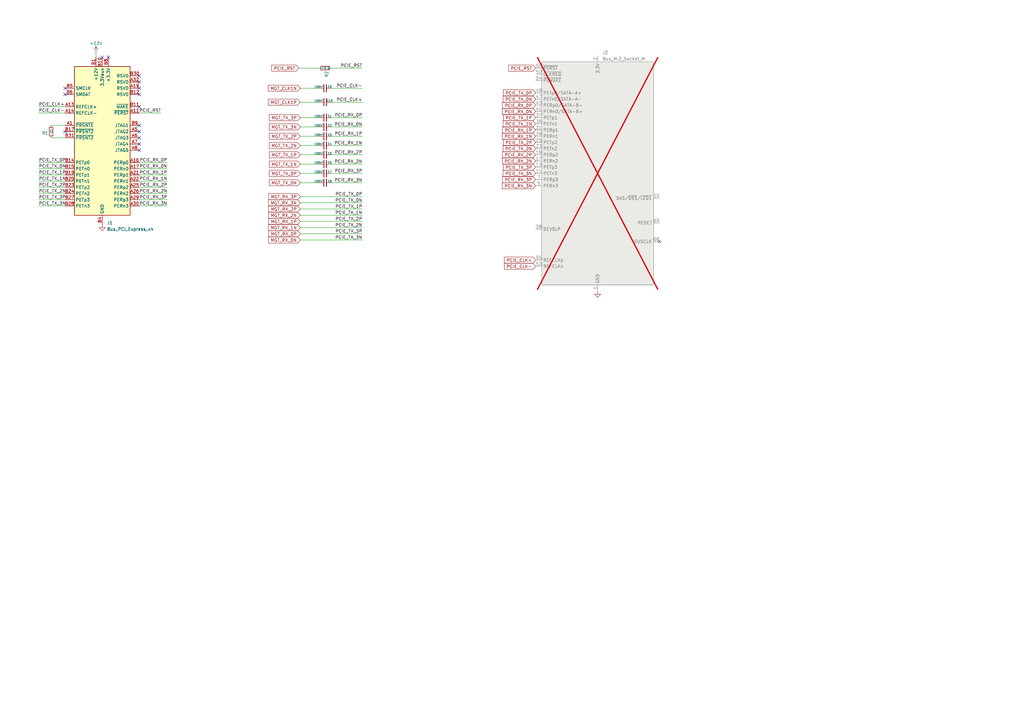
<source format=kicad_sch>
(kicad_sch (version 20230409) (generator eeschema)
  (paper "A3")
  (lib_symbols
    (symbol "Connector:Bus_M.2_Socket_M"
      (property "Reference" "J" (at -22.86 46.99 0))
      (property "Value" "Bus_M.2_Socket_M" (at 16.51 46.99 0))
      (symbol "Bus_M.2_Socket_M_0_1"
        (rectangle (start -22.86 45.72) (end 22.86 -45.72) (stroke (width 0.254)) (fill (type background)))
      )
      (symbol "Bus_M.2_Socket_M_1_1"
        (pin power_in line (at 0 -48.26 90) (length 2.54) (name "GND") (number "1"))
        (pin bidirectional line (at 25.4 -10.16 180) (length 2.54) (name "DAS/~{DSS}/~{LED1}") (number "10"))
        (pin output line (at -25.4 0 0) (length 2.54) (name "PETn3") (number "11"))
        (pin passive line (at 0 48.26 270) (length 2.54) hide (name "3.3V") (number "12"))
        (pin output line (at -25.4 2.54 0) (length 2.54) (name "PETp3") (number "13"))
        (pin passive line (at 0 48.26 270) (length 2.54) hide (name "3.3V") (number "14"))
        (pin passive line (at 0 -48.26 90) (length 2.54) hide (name "GND") (number "15"))
        (pin passive line (at 0 48.26 270) (length 2.54) hide (name "3.3V") (number "16"))
        (pin input line (at -25.4 5.08 0) (length 2.54) (name "PERn2") (number "17"))
        (pin passive line (at 0 48.26 270) (length 2.54) hide (name "3.3V") (number "18"))
        (pin input line (at -25.4 7.62 0) (length 2.54) (name "PERp2") (number "19"))
        (pin power_in line (at 0 48.26 270) (length 2.54) (name "3.3V") (number "2"))
        (pin no_connect line (at 22.86 2.54 180) (length 2.54) hide (name "NC") (number "20"))
        (pin passive line (at 0 -48.26 90) (length 2.54) hide (name "GND") (number "21"))
        (pin no_connect line (at 22.86 5.08 180) (length 2.54) hide (name "NC") (number "22"))
        (pin output line (at -25.4 10.16 0) (length 2.54) (name "PETn2") (number "23"))
        (pin no_connect line (at 22.86 7.62 180) (length 2.54) hide (name "NC") (number "24"))
        (pin output line (at -25.4 12.7 0) (length 2.54) (name "PETp2") (number "25"))
        (pin no_connect line (at 22.86 10.16 180) (length 2.54) hide (name "NC") (number "26"))
        (pin passive line (at 0 -48.26 90) (length 2.54) hide (name "GND") (number "27"))
        (pin no_connect line (at 22.86 12.7 180) (length 2.54) hide (name "NC") (number "28"))
        (pin input line (at -25.4 15.24 0) (length 2.54) (name "PERn1") (number "29"))
        (pin passive line (at 0 -48.26 90) (length 2.54) hide (name "GND") (number "3"))
        (pin no_connect line (at 22.86 15.24 180) (length 2.54) hide (name "NC") (number "30"))
        (pin input line (at -25.4 17.78 0) (length 2.54) (name "PERp1") (number "31"))
        (pin no_connect line (at 22.86 17.78 180) (length 2.54) hide (name "NC") (number "32"))
        (pin passive line (at 0 -48.26 90) (length 2.54) hide (name "GND") (number "33"))
        (pin no_connect line (at 22.86 20.32 180) (length 2.54) hide (name "NC") (number "34"))
        (pin output line (at -25.4 20.32 0) (length 2.54) (name "PETn1") (number "35"))
        (pin no_connect line (at 22.86 22.86 180) (length 2.54) hide (name "NC") (number "36"))
        (pin output line (at -25.4 22.86 0) (length 2.54) (name "PETp1") (number "37"))
        (pin output line (at -25.4 -22.86 0) (length 2.54) (name "DEVSLP") (number "38"))
        (pin passive line (at 0 -48.26 90) (length 2.54) hide (name "GND") (number "39"))
        (pin passive line (at 0 48.26 270) (length 2.54) hide (name "3.3V") (number "4"))
        (pin no_connect line (at 22.86 25.4 180) (length 2.54) hide (name "NC") (number "40"))
        (pin input line (at -25.4 25.4 0) (length 2.54) (name "PERn0/SATA-B+") (number "41"))
        (pin no_connect line (at 22.86 27.94 180) (length 2.54) hide (name "NC") (number "42"))
        (pin input line (at -25.4 27.94 0) (length 2.54) (name "PERp0/SATA-B-") (number "43"))
        (pin no_connect line (at 22.86 30.48 180) (length 2.54) hide (name "NC") (number "44"))
        (pin passive line (at 0 -48.26 90) (length 2.54) hide (name "GND") (number "45"))
        (pin no_connect line (at 22.86 33.02 180) (length 2.54) hide (name "NC") (number "46"))
        (pin output line (at -25.4 30.48 0) (length 2.54) (name "PETn0/SATA-A-") (number "47"))
        (pin no_connect line (at 22.86 35.56 180) (length 2.54) hide (name "NC") (number "48"))
        (pin output line (at -25.4 33.02 0) (length 2.54) (name "PETp0/SATA-A+") (number "49"))
        (pin input line (at -25.4 -5.08 0) (length 2.54) (name "PERn3") (number "5"))
        (pin output line (at -25.4 43.18 0) (length 2.54) (name "~{PERST}") (number "50"))
        (pin passive line (at 0 -48.26 90) (length 2.54) hide (name "GND") (number "51"))
        (pin bidirectional line (at -25.4 40.64 0) (length 2.54) (name "~{CLKREQ}") (number "52"))
        (pin output line (at -25.4 -38.1 0) (length 2.54) (name "REFCLKn") (number "53"))
        (pin bidirectional line (at -25.4 38.1 0) (length 2.54) (name "~{PEWAKE}") (number "54"))
        (pin output line (at -25.4 -35.56 0) (length 2.54) (name "REFCLKp") (number "55"))
        (pin no_connect line (at 22.86 38.1 180) (length 2.54) hide (name "NC") (number "56"))
        (pin passive line (at 0 -48.26 90) (length 2.54) hide (name "GND") (number "57"))
        (pin no_connect line (at 22.86 40.64 180) (length 2.54) hide (name "NC") (number "58"))
        (pin no_connect line (at 22.86 -2.54 180) (length 2.54) hide (name "NC") (number "6"))
        (pin no_connect line (at 22.86 -5.08 180) (length 2.54) hide (name "NC") (number "67"))
        (pin output line (at 25.4 -27.94 180) (length 2.54) (name "SUSCLK") (number "68"))
        (pin passive line (at 25.4 -20.32 180) (length 2.54) (name "PEDET") (number "69"))
        (pin input line (at -25.4 -2.54 0) (length 2.54) (name "PERp3") (number "7"))
        (pin passive line (at 0 48.26 270) (length 2.54) hide (name "3.3V") (number "70"))
        (pin passive line (at 0 -48.26 90) (length 2.54) hide (name "GND") (number "71"))
        (pin passive line (at 0 48.26 270) (length 2.54) hide (name "3.3V") (number "72"))
        (pin passive line (at 0 -48.26 90) (length 2.54) hide (name "GND") (number "73"))
        (pin passive line (at 0 48.26 270) (length 2.54) hide (name "3.3V") (number "74"))
        (pin passive line (at 0 -48.26 90) (length 2.54) hide (name "GND") (number "75"))
        (pin no_connect line (at 22.86 0 180) (length 2.54) hide (name "NC") (number "8"))
        (pin passive line (at 0 -48.26 90) (length 2.54) hide (name "GND") (number "9"))
      )
    )
    (symbol "Connector:Bus_PCI_Express_x4"
      (property "Reference" "J" (at -8.89 33.02 0))
      (property "Value" "Bus_PCI_Express_x4" (at 12.7 33.02 0))
      (symbol "Bus_PCI_Express_x4_0_1"
        (rectangle (start -11.43 31.75) (end 11.43 -29.21) (stroke (width 0.254)) (fill (type background)))
      )
      (symbol "Bus_PCI_Express_x4_1_1"
        (pin passive line (at -15.24 7.62 0) (length 3.81) (name "~{PRSNT1}") (number "A1"))
        (pin passive line (at 2.54 35.56 270) (length 3.81) hide (name "+3.3V") (number "A10"))
        (pin input line (at 15.24 12.7 180) (length 3.81) (name "~{PERST}") (number "A11"))
        (pin passive line (at 0 -33.02 90) (length 3.81) hide (name "GND") (number "A12"))
        (pin input line (at -15.24 15.24 0) (length 3.81) (name "REFCLK+") (number "A13"))
        (pin input line (at -15.24 12.7 0) (length 3.81) (name "REFCLK-") (number "A14"))
        (pin passive line (at 0 -33.02 90) (length 3.81) hide (name "GND") (number "A15"))
        (pin output line (at 15.24 -7.62 180) (length 3.81) (name "PERp0") (number "A16"))
        (pin output line (at 15.24 -10.16 180) (length 3.81) (name "PERn0") (number "A17"))
        (pin passive line (at 0 -33.02 90) (length 3.81) hide (name "GND") (number "A18"))
        (pin passive line (at 15.24 22.86 180) (length 3.81) (name "RSVD") (number "A19"))
        (pin passive line (at -2.54 35.56 270) (length 3.81) hide (name "+12V") (number "A2"))
        (pin passive line (at 0 -33.02 90) (length 3.81) hide (name "GND") (number "A20"))
        (pin output line (at 15.24 -12.7 180) (length 3.81) (name "PERp1") (number "A21"))
        (pin output line (at 15.24 -15.24 180) (length 3.81) (name "PERn1") (number "A22"))
        (pin passive line (at 0 -33.02 90) (length 3.81) hide (name "GND") (number "A23"))
        (pin passive line (at 0 -33.02 90) (length 3.81) hide (name "GND") (number "A24"))
        (pin output line (at 15.24 -17.78 180) (length 3.81) (name "PERp2") (number "A25"))
        (pin output line (at 15.24 -20.32 180) (length 3.81) (name "PERn2") (number "A26"))
        (pin passive line (at 0 -33.02 90) (length 3.81) hide (name "GND") (number "A27"))
        (pin passive line (at 0 -33.02 90) (length 3.81) hide (name "GND") (number "A28"))
        (pin output line (at 15.24 -22.86 180) (length 3.81) (name "PERp3") (number "A29"))
        (pin passive line (at -2.54 35.56 270) (length 3.81) hide (name "+12V") (number "A3"))
        (pin output line (at 15.24 -25.4 180) (length 3.81) (name "PERn3") (number "A30"))
        (pin passive line (at 0 -33.02 90) (length 3.81) hide (name "GND") (number "A31"))
        (pin passive line (at 15.24 25.4 180) (length 3.81) (name "RSVD") (number "A32"))
        (pin passive line (at 0 -33.02 90) (length 3.81) hide (name "GND") (number "A4"))
        (pin input line (at 15.24 5.08 180) (length 3.81) (name "JTAG2") (number "A5"))
        (pin input line (at 15.24 2.54 180) (length 3.81) (name "JTAG3") (number "A6"))
        (pin output line (at 15.24 0 180) (length 3.81) (name "JTAG4") (number "A7"))
        (pin input line (at 15.24 -2.54 180) (length 3.81) (name "JTAG5") (number "A8"))
        (pin passive line (at 2.54 35.56 270) (length 3.81) hide (name "+3.3V") (number "A9"))
        (pin power_in line (at -2.54 35.56 270) (length 3.81) (name "+12V") (number "B1"))
        (pin power_in line (at 0 35.56 270) (length 3.81) (name "3.3Vaux") (number "B10"))
        (pin open_collector line (at 15.24 15.24 180) (length 3.81) (name "~{WAKE}") (number "B11"))
        (pin passive line (at 15.24 20.32 180) (length 3.81) (name "RSVD") (number "B12"))
        (pin passive line (at 0 -33.02 90) (length 3.81) hide (name "GND") (number "B13"))
        (pin input line (at -15.24 -7.62 0) (length 3.81) (name "PETp0") (number "B14"))
        (pin input line (at -15.24 -10.16 0) (length 3.81) (name "PETn0") (number "B15"))
        (pin passive line (at 0 -33.02 90) (length 3.81) hide (name "GND") (number "B16"))
        (pin passive line (at -15.24 5.08 0) (length 3.81) (name "~{PRSNT2}") (number "B17"))
        (pin passive line (at 0 -33.02 90) (length 3.81) hide (name "GND") (number "B18"))
        (pin input line (at -15.24 -12.7 0) (length 3.81) (name "PETp1") (number "B19"))
        (pin passive line (at -2.54 35.56 270) (length 3.81) hide (name "+12V") (number "B2"))
        (pin input line (at -15.24 -15.24 0) (length 3.81) (name "PETn1") (number "B20"))
        (pin passive line (at 0 -33.02 90) (length 3.81) hide (name "GND") (number "B21"))
        (pin passive line (at 0 -33.02 90) (length 3.81) hide (name "GND") (number "B22"))
        (pin input line (at -15.24 -17.78 0) (length 3.81) (name "PETp2") (number "B23"))
        (pin input line (at -15.24 -20.32 0) (length 3.81) (name "PETn2") (number "B24"))
        (pin passive line (at 0 -33.02 90) (length 3.81) hide (name "GND") (number "B25"))
        (pin passive line (at 0 -33.02 90) (length 3.81) hide (name "GND") (number "B26"))
        (pin input line (at -15.24 -22.86 0) (length 3.81) (name "PETp3") (number "B27"))
        (pin input line (at -15.24 -25.4 0) (length 3.81) (name "PETn3") (number "B28"))
        (pin passive line (at 0 -33.02 90) (length 3.81) hide (name "GND") (number "B29"))
        (pin passive line (at -2.54 35.56 270) (length 3.81) hide (name "+12V") (number "B3"))
        (pin passive line (at 15.24 27.94 180) (length 3.81) (name "RSVD") (number "B30"))
        (pin passive line (at -15.24 2.54 0) (length 3.81) (name "~{PRSNT2}") (number "B31"))
        (pin passive line (at 0 -33.02 90) (length 3.81) hide (name "GND") (number "B32"))
        (pin power_in line (at 0 -33.02 90) (length 3.81) (name "GND") (number "B4"))
        (pin input line (at -15.24 22.86 0) (length 3.81) (name "SMCLK") (number "B5"))
        (pin bidirectional line (at -15.24 20.32 0) (length 3.81) (name "SMDAT") (number "B6"))
        (pin passive line (at 0 -33.02 90) (length 3.81) hide (name "GND") (number "B7"))
        (pin power_in line (at 2.54 35.56 270) (length 3.81) (name "+3.3V") (number "B8"))
        (pin input line (at 15.24 7.62 180) (length 3.81) (name "JTAG1") (number "B9"))
      )
    )
    (symbol "Device:C_Small" (pin_numbers hide) (pin_names (offset 0.254) hide)
      (property "Reference" "C" (at 0.254 1.778 0))
      (property "Value" "C_Small" (at 0.254 -2.032 0))
      (symbol "C_Small_0_1"
        (polyline (pts (xy -1.524 -0.508) (xy 1.524 -0.508)) (stroke (width 0.3302)))
        (polyline (pts (xy -1.524 0.508) (xy 1.524 0.508)) (stroke (width 0.3048)))
      )
      (symbol "C_Small_1_1"
        (pin passive line (at 0 2.54 270) (length 2.032) (name "~") (number "1"))
        (pin passive line (at 0 -2.54 90) (length 2.032) (name "~") (number "2"))
      )
    )
    (symbol "Device:R_Small" (pin_numbers hide) (pin_names (offset 0.254) hide)
      (property "Reference" "R" (at 0.762 0.508 0))
      (property "Value" "R_Small" (at 0.762 -1.016 0))
      (symbol "R_Small_0_1"
        (rectangle (start -0.762 1.778) (end 0.762 -1.778) (stroke (width 0.2032)))
      )
      (symbol "R_Small_1_1"
        (pin passive line (at 0 2.54 270) (length 0.762) (name "~") (number "1"))
        (pin passive line (at 0 -2.54 90) (length 0.762) (name "~") (number "2"))
      )
    )
    (symbol "power:+12V" (power) (pin_names (offset 0))
      (property "Value" "+12V" (at 0 3.556 0))
      (symbol "+12V_0_1"
        (polyline (pts (xy -0.762 1.27) (xy 0 2.54)))
        (polyline (pts (xy 0 0) (xy 0 2.54)))
        (polyline (pts (xy 0 2.54) (xy 0.762 1.27)))
      )
      (symbol "+12V_1_1"
        (pin power_in line (at 0 0 90) (length 0) hide (name "+12V") (number "1"))
      )
    )
    (symbol "power:GND" (power) (pin_names (offset 0))
      (property "Value" "GND" (at 0 -3.81 0))
      (symbol "GND_0_1"
        (polyline (pts (xy 0 0) (xy 0 -1.27) (xy 1.27 -1.27) (xy 0 -2.54) (xy -1.27 -1.27) (xy 0 -1.27)))
      )
      (symbol "GND_1_1"
        (pin power_in line (at 0 0 270) (length 0) hide (name "GND") (number "1"))
      )
    )
  )
  (no_connect (at 26.67 38.735))
  (no_connect (at 57.15 43.815))
  (no_connect (at 57.15 53.975))
  (no_connect (at 57.15 51.435))
  (no_connect (at 57.15 36.195))
  (no_connect (at 26.67 53.975))
  (no_connect (at 57.15 33.655))
  (no_connect (at 57.15 38.735))
  (no_connect (at 57.15 31.115))
  (no_connect (at 57.15 61.595))
  (no_connect (at 44.45 23.495))
  (no_connect (at 41.91 23.495))
  (no_connect (at 270.51 99.06))
  (no_connect (at 26.67 36.195))
  (no_connect (at 57.15 59.055))
  (no_connect (at 57.15 56.515))
  (wire (pts (xy 68.58 71.755) (xy 57.15 71.755)))
  (wire (pts (xy 123.19 83.185) (xy 148.59 83.185)))
  (wire (pts (xy 123.19 80.645) (xy 148.59 80.645)))
  (wire (pts (xy 15.875 66.675) (xy 26.67 66.675)))
  (wire (pts (xy 15.875 84.455) (xy 26.67 84.455)))
  (wire (pts (xy 123.19 36.195) (xy 130.81 36.195)))
  (wire (pts (xy 148.59 67.31) (xy 135.89 67.31)))
  (wire (pts (xy 15.875 71.755) (xy 26.67 71.755)))
  (wire (pts (xy 123.19 98.425) (xy 148.59 98.425)))
  (wire (pts (xy 148.59 52.07) (xy 135.89 52.07)))
  (wire (pts (xy 123.19 93.345) (xy 148.59 93.345)))
  (wire (pts (xy 148.59 74.93) (xy 135.89 74.93)))
  (wire (pts (xy 123.19 88.265) (xy 148.59 88.265)))
  (wire (pts (xy 66.04 46.355) (xy 57.15 46.355)))
  (wire (pts (xy 68.58 74.295) (xy 57.15 74.295)))
  (wire (pts (xy 68.58 69.215) (xy 57.15 69.215)))
  (wire (pts (xy 148.59 55.88) (xy 135.89 55.88)))
  (wire (pts (xy 20.955 56.515) (xy 26.67 56.515)))
  (wire (pts (xy 148.59 36.195) (xy 135.89 36.195)))
  (wire (pts (xy 148.59 71.12) (xy 135.89 71.12)))
  (wire (pts (xy 15.875 69.215) (xy 26.67 69.215)))
  (wire (pts (xy 148.59 48.26) (xy 135.89 48.26)))
  (wire (pts (xy 123.19 90.805) (xy 148.59 90.805)))
  (wire (pts (xy 15.875 46.355) (xy 26.67 46.355)))
  (wire (pts (xy 123.19 63.5) (xy 130.81 63.5)))
  (wire (pts (xy 15.875 81.915) (xy 26.67 81.915)))
  (wire (pts (xy 148.59 41.91) (xy 135.89 41.91)))
  (wire (pts (xy 123.19 55.88) (xy 130.81 55.88)))
  (wire (pts (xy 148.59 63.5) (xy 135.89 63.5)))
  (wire (pts (xy 123.19 67.31) (xy 130.81 67.31)))
  (wire (pts (xy 122.555 27.94) (xy 130.81 27.94)))
  (wire (pts (xy 68.58 79.375) (xy 57.15 79.375)))
  (wire (pts (xy 123.19 71.12) (xy 130.81 71.12)))
  (wire (pts (xy 123.19 85.725) (xy 148.59 85.725)))
  (wire (pts (xy 68.58 81.915) (xy 57.15 81.915)))
  (wire (pts (xy 123.19 48.26) (xy 130.81 48.26)))
  (wire (pts (xy 68.58 76.835) (xy 57.15 76.835)))
  (wire (pts (xy 123.19 95.885) (xy 148.59 95.885)))
  (wire (pts (xy 148.59 27.94) (xy 135.89 27.94)))
  (wire (pts (xy 123.19 52.07) (xy 130.81 52.07)))
  (wire (pts (xy 15.875 43.815) (xy 26.67 43.815)))
  (wire (pts (xy 68.58 84.455) (xy 57.15 84.455)))
  (wire (pts (xy 39.37 21.59) (xy 39.37 23.495)))
  (wire (pts (xy 68.58 66.675) (xy 57.15 66.675)))
  (wire (pts (xy 148.59 59.69) (xy 135.89 59.69)))
  (wire (pts (xy 26.67 51.435) (xy 20.955 51.435)))
  (wire (pts (xy 15.875 79.375) (xy 26.67 79.375)))
  (wire (pts (xy 123.19 59.69) (xy 130.81 59.69)))
  (wire (pts (xy 15.875 76.835) (xy 26.67 76.835)))
  (wire (pts (xy 15.875 74.295) (xy 26.67 74.295)))
  (wire (pts (xy 123.19 41.91) (xy 130.81 41.91)))
  (wire (pts (xy 123.19 74.93) (xy 130.81 74.93)))
  (label "PCIE_RX_2N" (at 68.58 79.375 180) (property "Intersheetrefs" "${INTERSHEET_REFS}" (effects hide)))
  (label "PCIE_RX_3N" (at 68.58 84.455 180) (property "Intersheetrefs" "${INTERSHEET_REFS}" (effects hide)))
  (label "PCIE_CLK-" (at 148.59 36.195 180) (property "Intersheetrefs" "${INTERSHEET_REFS}" (effects hide)))
  (label "PCIE_TX_0N" (at 15.875 69.215 0) (property "Intersheetrefs" "${INTERSHEET_REFS}" (effects hide)))
  (label "PCIE_TX_1N" (at 148.59 88.265 180) (property "Intersheetrefs" "${INTERSHEET_REFS}" (effects hide)))
  (label "PCIE_RX_0N" (at 68.58 69.215 180) (property "Intersheetrefs" "${INTERSHEET_REFS}" (effects hide)))
  (label "PCIE_RX_2N" (at 148.59 67.31 180) (property "Intersheetrefs" "${INTERSHEET_REFS}" (effects hide)))
  (label "PCIE_RX_3P" (at 148.59 71.12 180) (property "Intersheetrefs" "${INTERSHEET_REFS}" (effects hide)))
  (label "PCIE_TX_0N" (at 148.59 83.185 180) (property "Intersheetrefs" "${INTERSHEET_REFS}" (effects hide)))
  (label "PCIE_RX_2P" (at 68.58 76.835 180) (property "Intersheetrefs" "${INTERSHEET_REFS}" (effects hide)))
  (label "PCIE_RX_1P" (at 148.59 55.88 180) (property "Intersheetrefs" "${INTERSHEET_REFS}" (effects hide)))
  (label "PCIE_TX_3N" (at 148.59 98.425 180) (property "Intersheetrefs" "${INTERSHEET_REFS}" (effects hide)))
  (label "PCIE_RX_0P" (at 148.59 48.26 180) (property "Intersheetrefs" "${INTERSHEET_REFS}" (effects hide)))
  (label "PCIE_TX_2N" (at 148.59 93.345 180) (property "Intersheetrefs" "${INTERSHEET_REFS}" (effects hide)))
  (label "PCIE_CLK-" (at 15.875 46.355 0) (property "Intersheetrefs" "${INTERSHEET_REFS}" (effects hide)))
  (label "PCIE_RX_2P" (at 148.59 63.5 180) (property "Intersheetrefs" "${INTERSHEET_REFS}" (effects hide)))
  (label "PCIE_CLK+" (at 15.875 43.815 0) (property "Intersheetrefs" "${INTERSHEET_REFS}" (effects hide)))
  (label "PCIE_TX_2N" (at 15.875 79.375 0) (property "Intersheetrefs" "${INTERSHEET_REFS}" (effects hide)))
  (label "PCIE_TX_3P" (at 148.59 95.885 180) (property "Intersheetrefs" "${INTERSHEET_REFS}" (effects hide)))
  (label "PCIE_RX_3N" (at 148.59 74.93 180) (property "Intersheetrefs" "${INTERSHEET_REFS}" (effects hide)))
  (label "PCIE_TX_1P" (at 148.59 85.725 180) (property "Intersheetrefs" "${INTERSHEET_REFS}" (effects hide)))
  (label "PCIE_RX_0P" (at 68.58 66.675 180) (property "Intersheetrefs" "${INTERSHEET_REFS}" (effects hide)))
  (label "PCIE_RX_1N" (at 148.59 59.69 180) (property "Intersheetrefs" "${INTERSHEET_REFS}" (effects hide)))
  (label "PCIE_TX_3P" (at 15.875 81.915 0) (property "Intersheetrefs" "${INTERSHEET_REFS}" (effects hide)))
  (label "PCIE_TX_3N" (at 15.875 84.455 0) (property "Intersheetrefs" "${INTERSHEET_REFS}" (effects hide)))
  (label "PCIE_RX_0N" (at 148.59 52.07 180) (property "Intersheetrefs" "${INTERSHEET_REFS}" (effects hide)))
  (label "PCIE_TX_2P" (at 15.875 76.835 0) (property "Intersheetrefs" "${INTERSHEET_REFS}" (effects hide)))
  (label "PCIE_TX_1P" (at 15.875 71.755 0) (property "Intersheetrefs" "${INTERSHEET_REFS}" (effects hide)))
  (label "PCIE_RST" (at 66.04 46.355 180) (property "Intersheetrefs" "${INTERSHEET_REFS}" (effects hide)))
  (label "PCIE_RX_1P" (at 68.58 71.755 180) (property "Intersheetrefs" "${INTERSHEET_REFS}" (effects hide)))
  (label "PCIE_RX_1N" (at 68.58 74.295 180) (property "Intersheetrefs" "${INTERSHEET_REFS}" (effects hide)))
  (label "PCIE_CLK+" (at 148.59 41.91 180) (property "Intersheetrefs" "${INTERSHEET_REFS}" (effects hide)))
  (label "PCIE_TX_1N" (at 15.875 74.295 0) (property "Intersheetrefs" "${INTERSHEET_REFS}" (effects hide)))
  (label "PCIE_RX_3P" (at 68.58 81.915 180) (property "Intersheetrefs" "${INTERSHEET_REFS}" (effects hide)))
  (label "PCIE_TX_0P" (at 148.59 80.645 180) (property "Intersheetrefs" "${INTERSHEET_REFS}" (effects hide)))
  (label "PCIE_RST" (at 148.59 27.94 180) (property "Intersheetrefs" "${INTERSHEET_REFS}" (effects hide)))
  (label "PCIE_TX_2P" (at 148.59 90.805 180) (property "Intersheetrefs" "${INTERSHEET_REFS}" (effects hide)))
  (label "PCIE_TX_0P" (at 15.875 66.675 0) (property "Intersheetrefs" "${INTERSHEET_REFS}" (effects hide)))
  (global_label "PCIE_RX_3N" (shape input) (at 219.71 76.2 180) (property "Intersheetrefs" "${INTERSHEET_REFS}" (effects hide)))
  (global_label "PCIE_TX_3N" (shape input) (at 219.71 71.12 180) (property "Intersheetrefs" "${INTERSHEET_REFS}" (effects hide)))
  (global_label "PCIE_RX_0N" (shape input) (at 219.71 45.72 180) (property "Intersheetrefs" "${INTERSHEET_REFS}" (effects hide)))
  (global_label "MGT_TX_3P" (shape input) (at 123.19 48.26 180) (property "Intersheetrefs" "${INTERSHEET_REFS}" (effects hide)))
  (global_label "PCIE_RST" (shape input) (at 219.71 27.94 180) (property "Intersheetrefs" "${INTERSHEET_REFS}" (effects hide)))
  (global_label "MGT_RX_2P" (shape input) (at 123.19 85.725 180) (property "Intersheetrefs" "${INTERSHEET_REFS}" (effects hide)))
  (global_label "PCIE_CLK+" (shape input) (at 219.71 106.68 180) (property "Intersheetrefs" "${INTERSHEET_REFS}" (effects hide)))
  (global_label "MGT_RX_1N" (shape input) (at 123.19 93.345 180) (property "Intersheetrefs" "${INTERSHEET_REFS}" (effects hide)))
  (global_label "MGT_TX_1P" (shape input) (at 123.19 63.5 180) (property "Intersheetrefs" "${INTERSHEET_REFS}" (effects hide)))
  (global_label "PCIE_RST" (shape input) (at 122.555 27.94 180) (property "Intersheetrefs" "${INTERSHEET_REFS}" (effects hide)))
  (global_label "PCIE_TX_2P" (shape input) (at 219.71 58.42 180) (property "Intersheetrefs" "${INTERSHEET_REFS}" (effects hide)))
  (global_label "PCIE_TX_1N" (shape input) (at 219.71 50.8 180) (property "Intersheetrefs" "${INTERSHEET_REFS}" (effects hide)))
  (global_label "MGT_CLK1P" (shape input) (at 123.19 41.91 180) (property "Intersheetrefs" "${INTERSHEET_REFS}" (effects hide)))
  (global_label "MGT_TX_3N" (shape input) (at 123.19 52.07 180) (property "Intersheetrefs" "${INTERSHEET_REFS}" (effects hide)))
  (global_label "PCIE_TX_0P" (shape input) (at 219.71 38.1 180) (property "Intersheetrefs" "${INTERSHEET_REFS}" (effects hide)))
  (global_label "PCIE_TX_2N" (shape input) (at 219.71 60.96 180) (property "Intersheetrefs" "${INTERSHEET_REFS}" (effects hide)))
  (global_label "MGT_TX_0N" (shape input) (at 123.19 74.93 180) (property "Intersheetrefs" "${INTERSHEET_REFS}" (effects hide)))
  (global_label "MGT_RX_0P" (shape input) (at 123.19 95.885 180) (property "Intersheetrefs" "${INTERSHEET_REFS}" (effects hide)))
  (global_label "PCIE_RX_2N" (shape input) (at 219.71 66.04 180) (property "Intersheetrefs" "${INTERSHEET_REFS}" (effects hide)))
  (global_label "PCIE_RX_0P" (shape input) (at 219.71 43.18 180) (property "Intersheetrefs" "${INTERSHEET_REFS}" (effects hide)))
  (global_label "PCIE_TX_3P" (shape input) (at 219.71 68.58 180) (property "Intersheetrefs" "${INTERSHEET_REFS}" (effects hide)))
  (global_label "MGT_TX_0P" (shape input) (at 123.19 71.12 180) (property "Intersheetrefs" "${INTERSHEET_REFS}" (effects hide)))
  (global_label "PCIE_RX_2P" (shape input) (at 219.71 63.5 180) (property "Intersheetrefs" "${INTERSHEET_REFS}" (effects hide)))
  (global_label "PCIE_RX_3P" (shape input) (at 219.71 73.66 180) (property "Intersheetrefs" "${INTERSHEET_REFS}" (effects hide)))
  (global_label "MGT_RX_1P" (shape input) (at 123.19 90.805 180) (property "Intersheetrefs" "${INTERSHEET_REFS}" (effects hide)))
  (global_label "PCIE_TX_0N" (shape input) (at 219.71 40.64 180) (property "Intersheetrefs" "${INTERSHEET_REFS}" (effects hide)))
  (global_label "MGT_TX_1N" (shape input) (at 123.19 67.31 180) (property "Intersheetrefs" "${INTERSHEET_REFS}" (effects hide)))
  (global_label "MGT_CLK1N" (shape input) (at 123.19 36.195 180) (property "Intersheetrefs" "${INTERSHEET_REFS}" (effects hide)))
  (global_label "MGT_TX_2P" (shape input) (at 123.19 55.88 180) (property "Intersheetrefs" "${INTERSHEET_REFS}" (effects hide)))
  (global_label "MGT_RX_2N" (shape input) (at 123.19 88.265 180) (property "Intersheetrefs" "${INTERSHEET_REFS}" (effects hide)))
  (global_label "PCIE_RX_1N" (shape input) (at 219.71 55.88 180) (property "Intersheetrefs" "${INTERSHEET_REFS}" (effects hide)))
  (global_label "MGT_RX_3P" (shape input) (at 123.19 80.645 180) (property "Intersheetrefs" "${INTERSHEET_REFS}" (effects hide)))
  (global_label "MGT_RX_3N" (shape input) (at 123.19 83.185 180) (property "Intersheetrefs" "${INTERSHEET_REFS}" (effects hide)))
  (global_label "MGT_TX_2N" (shape input) (at 123.19 59.69 180) (property "Intersheetrefs" "${INTERSHEET_REFS}" (effects hide)))
  (global_label "MGT_RX_0N" (shape input) (at 123.19 98.425 180) (property "Intersheetrefs" "${INTERSHEET_REFS}" (effects hide)))
  (global_label "PCIE_TX_1P" (shape input) (at 219.71 48.26 180) (property "Intersheetrefs" "${INTERSHEET_REFS}" (effects hide)))
  (global_label "PCIE_RX_1P" (shape input) (at 219.71 53.34 180) (property "Intersheetrefs" "${INTERSHEET_REFS}" (effects hide)))
  (global_label "PCIE_CLK-" (shape input) (at 219.71 109.22 180) (property "Intersheetrefs" "${INTERSHEET_REFS}" (effects hide)))
  (symbol (lib_id "Device:C_Small") (at 133.35 55.88 90) (unit 1)
    (property "Reference" "C3" (at 135.255 55.245 90) (effects (font (size 0.8 0.8))))
    (property "Value" "100nF" (at 130.81 55.245 90) (effects (font (size 0.8 0.8))))
  )
  (symbol (lib_id "Device:C_Small") (at 133.35 67.31 90) (unit 1)
    (property "Reference" "C6" (at 135.255 66.675 90) (effects (font (size 0.8 0.8))))
    (property "Value" "100nF" (at 130.81 66.675 90) (effects (font (size 0.8 0.8))))
  )
  (symbol (lib_id "Device:C_Small") (at 133.35 74.93 90) (unit 1)
    (property "Reference" "C8" (at 135.255 74.295 90) (effects (font (size 0.8 0.8))))
    (property "Value" "100nF" (at 130.81 74.295 90) (effects (font (size 0.8 0.8))))
  )
  (symbol (lib_id "Connector:Bus_PCI_Express_x4") (at 41.91 59.055 0) (unit 1)
    (property "Reference" "J1" (at 43.8659 91.44 0) (effects (justify left)))
    (property "Value" "Bus_PCI_Express_x4" (at 43.8659 93.98 0) (effects (justify left)))
    (property "Footprint" "Connector_PCBEdge:BUS_PCIexpress_x4" (effects hide))
    (property "Datasheet" "http://www.ritrontek.com/uploadfile/2016/1026/20161026105231124.pdf#page=63" (effects hide))
  )
  (symbol (lib_id "Device:C_Small") (at 133.35 71.12 90) (unit 1)
    (property "Reference" "C7" (at 135.255 70.485 90) (effects (font (size 0.8 0.8))))
    (property "Value" "100nF" (at 130.81 70.485 90) (effects (font (size 0.8 0.8))))
  )
  (symbol (lib_id "Device:C_Small") (at 133.35 59.69 90) (unit 1)
    (property "Reference" "C4" (at 135.255 59.055 90) (effects (font (size 0.8 0.8))))
    (property "Value" "100nF" (at 130.81 59.055 90) (effects (font (size 0.8 0.8))))
  )
  (symbol (lib_id "Device:C_Small") (at 133.35 52.07 90) (unit 1)
    (property "Reference" "C2" (at 135.255 51.435 90) (effects (font (size 0.8 0.8))))
    (property "Value" "100nF" (at 130.81 51.435 90) (effects (font (size 0.8 0.8))))
  )
  (symbol (lib_id "power:+12V") (at 39.37 21.59 0) (unit 1)
    (property "Reference" "#PWR01" (effects hide))
    (property "Value" "+12V" (at 39.37 17.78 0))
  )
  (symbol (lib_id "Connector:Bus_M.2_Socket_M") (at 245.11 71.12 0) (unit 1) (dnp yes)
    (property "Reference" "J2" (at 247.0659 21.59 0) (effects (justify left)))
    (property "Value" "Bus_M.2_Socket_M" (at 247.0659 24.13 0) (effects (justify left)))
    (property "Datasheet" "http://read.pudn.com/downloads794/doc/project/3133918/PCIe_M.2_Electromechanical_Spec_Rev1.0_Final_11012013_RS_Clean.pdf#page=155" (effects hide))
  )
  (symbol (lib_id "Device:C_Small") (at 133.35 48.26 90) (unit 1)
    (property "Reference" "C1" (at 135.255 47.625 90) (effects (font (size 0.8 0.8))))
    (property "Value" "100nF" (at 130.81 47.625 90) (effects (font (size 0.8 0.8))))
  )
  (symbol (lib_id "Device:R_Small") (at 133.35 27.94 90) (unit 1)
    (property "Reference" "R2" (at 133.985 31.75 0) (effects (justify left)))
    (property "Value" "49.9" (at 135.255 27.94 90) (effects (font (size 1 1)) (justify left)))
  )
  (symbol (lib_id "Device:R_Small") (at 20.955 53.975 0) (unit 1)
    (property "Reference" "R1" (at 17.145 54.61 0) (effects (justify left)))
    (property "Value" "0" (at 20.32 53.975 0) (effects (justify left)))
  )
  (symbol (lib_id "power:GND") (at 245.11 119.38 0) (unit 1)
    (property "Reference" "#PWR03" (effects hide))
    (property "Value" "GND" (effects hide))
  )
  (symbol (lib_id "power:GND") (at 41.91 92.075 0) (unit 1)
    (property "Reference" "#PWR02" (effects hide))
    (property "Value" "GND" (effects hide))
  )
  (symbol (lib_id "Device:C_Small") (at 133.35 63.5 90) (unit 1)
    (property "Reference" "C5" (at 135.255 62.865 90) (effects (font (size 0.8 0.8))))
    (property "Value" "100nF" (at 130.81 62.865 90) (effects (font (size 0.8 0.8))))
  )
  (symbol (lib_id "Device:C_Small") (at 133.35 41.91 90) (unit 1)
    (property "Reference" "C10" (at 135.255 41.275 90) (effects (font (size 0.8 0.8))))
    (property "Value" "100nF" (at 130.81 41.275 90) (effects (font (size 0.8 0.8))))
  )
  (symbol (lib_id "Device:C_Small") (at 133.35 36.195 90) (unit 1)
    (property "Reference" "C9" (at 135.255 35.56 90) (effects (font (size 0.8 0.8))))
    (property "Value" "100nF" (at 130.81 35.56 90) (effects (font (size 0.8 0.8))))
  )
)
</source>
